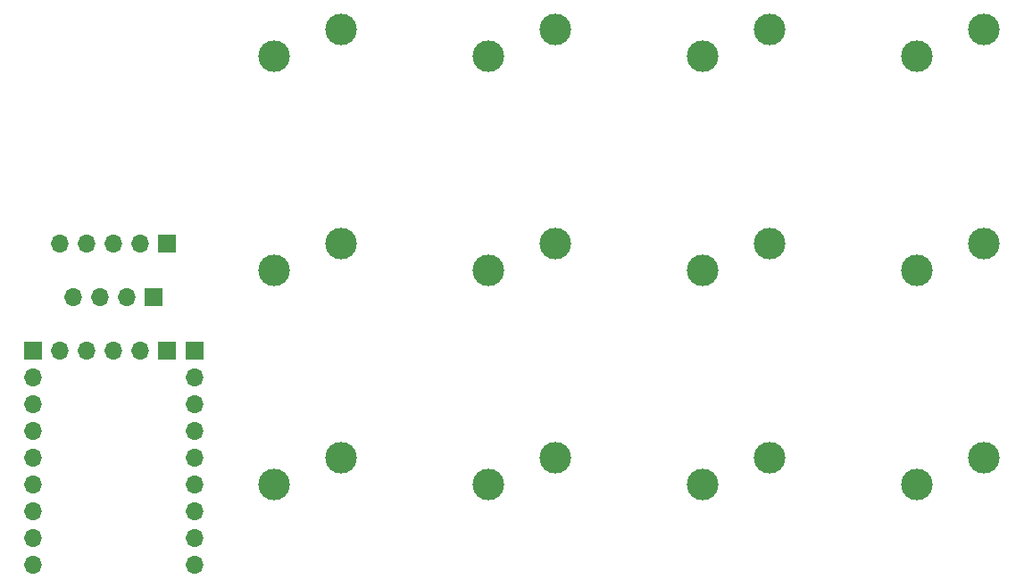
<source format=gbr>
%TF.GenerationSoftware,KiCad,Pcbnew,(6.0.5)*%
%TF.CreationDate,2022-05-30T13:32:29+08:00*%
%TF.ProjectId,keyboard_V2,6b657962-6f61-4726-945f-56322e6b6963,rev?*%
%TF.SameCoordinates,Original*%
%TF.FileFunction,Soldermask,Top*%
%TF.FilePolarity,Negative*%
%FSLAX46Y46*%
G04 Gerber Fmt 4.6, Leading zero omitted, Abs format (unit mm)*
G04 Created by KiCad (PCBNEW (6.0.5)) date 2022-05-30 13:32:29*
%MOMM*%
%LPD*%
G01*
G04 APERTURE LIST*
%ADD10C,3.000000*%
%ADD11R,1.700000X1.700000*%
%ADD12O,1.700000X1.700000*%
G04 APERTURE END LIST*
D10*
%TO.C,*%
X120650000Y-59690000D03*
%TD*%
%TO.C,*%
X80010000Y-80010000D03*
%TD*%
%TO.C,*%
X66040000Y-77470000D03*
%TD*%
%TO.C,*%
X127000000Y-77470000D03*
%TD*%
%TO.C,*%
X59690000Y-59690000D03*
%TD*%
%TO.C,*%
X120650000Y-100330000D03*
%TD*%
%TO.C,*%
X86360000Y-97790000D03*
%TD*%
%TO.C,*%
X80010000Y-59690000D03*
%TD*%
%TO.C,*%
X100316608Y-100318499D03*
%TD*%
%TO.C,*%
X86340782Y-77460391D03*
%TD*%
%TO.C,*%
X80010000Y-100330000D03*
%TD*%
%TO.C,*%
X106680000Y-97790000D03*
%TD*%
%TO.C,*%
X59690000Y-80010000D03*
%TD*%
%TO.C,*%
X106680000Y-77470000D03*
%TD*%
%TO.C,*%
X106680000Y-57150000D03*
%TD*%
%TO.C,*%
X100316608Y-59659281D03*
%TD*%
%TO.C,*%
X127000000Y-97790000D03*
%TD*%
%TO.C,*%
X66040000Y-97790000D03*
%TD*%
%TO.C,*%
X100316608Y-79988890D03*
%TD*%
%TO.C,*%
X86360000Y-57150000D03*
%TD*%
%TO.C,*%
X127000000Y-57150000D03*
%TD*%
%TO.C,*%
X66040000Y-57150000D03*
%TD*%
%TO.C,*%
X59690000Y-100330000D03*
%TD*%
%TO.C,*%
X120646217Y-79988890D03*
%TD*%
D11*
%TO.C,REF\u002A\u002A*%
X48260000Y-82550000D03*
D12*
X45720000Y-82550000D03*
X43180000Y-82550000D03*
X40640000Y-82550000D03*
%TD*%
D11*
%TO.C,REF\u002A\u002A*%
X49500000Y-87655000D03*
D12*
X46960000Y-87655000D03*
X44420000Y-87655000D03*
X41880000Y-87655000D03*
X39340000Y-87655000D03*
%TD*%
D11*
%TO.C,REF\u002A\u002A*%
X36830000Y-87630000D03*
D12*
X36830000Y-90170000D03*
X36830000Y-92710000D03*
X36830000Y-95250000D03*
X36830000Y-97790000D03*
X36830000Y-100330000D03*
X36830000Y-102870000D03*
X36830000Y-105410000D03*
X36830000Y-107950000D03*
%TD*%
D11*
%TO.C,REF\u002A\u002A*%
X52095000Y-87640000D03*
D12*
X52095000Y-90180000D03*
X52095000Y-92720000D03*
X52095000Y-95260000D03*
X52095000Y-97800000D03*
X52095000Y-100340000D03*
X52095000Y-102880000D03*
X52095000Y-105420000D03*
X52095000Y-107960000D03*
%TD*%
D11*
%TO.C,REF\u002A\u002A*%
X49500000Y-77495000D03*
D12*
X46960000Y-77495000D03*
X44420000Y-77495000D03*
X41880000Y-77495000D03*
X39340000Y-77495000D03*
%TD*%
M02*

</source>
